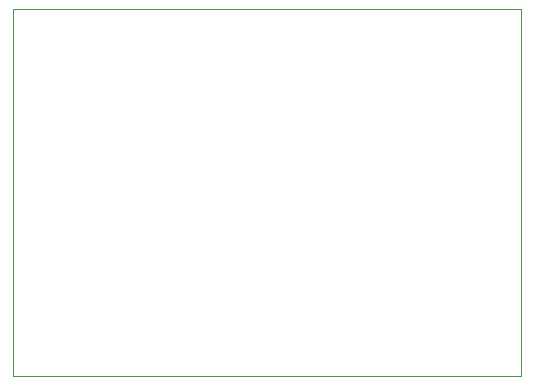
<source format=gbr>
%TF.GenerationSoftware,KiCad,Pcbnew,9.0.4*%
%TF.CreationDate,2025-08-29T10:15:57+02:00*%
%TF.ProjectId,TDA7267,54444137-3236-4372-9e6b-696361645f70,rev?*%
%TF.SameCoordinates,Original*%
%TF.FileFunction,Profile,NP*%
%FSLAX46Y46*%
G04 Gerber Fmt 4.6, Leading zero omitted, Abs format (unit mm)*
G04 Created by KiCad (PCBNEW 9.0.4) date 2025-08-29 10:15:57*
%MOMM*%
%LPD*%
G01*
G04 APERTURE LIST*
%TA.AperFunction,Profile*%
%ADD10C,0.050000*%
%TD*%
G04 APERTURE END LIST*
D10*
X172000000Y-86500000D02*
X172000000Y-117500000D01*
X129000000Y-86500000D02*
X172000000Y-86500000D01*
X129000000Y-117500000D02*
X129000000Y-86500000D01*
X172000000Y-117500000D02*
X129000000Y-117500000D01*
M02*

</source>
